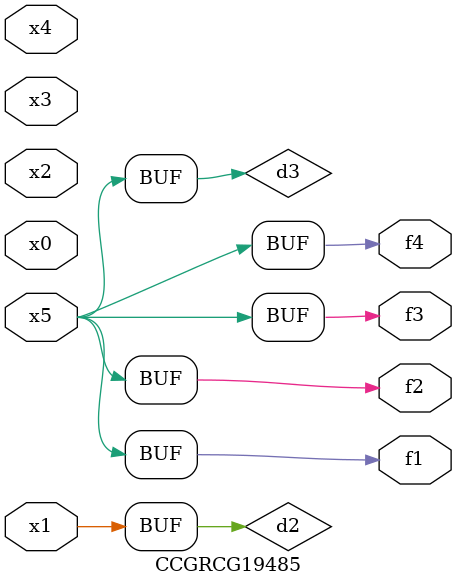
<source format=v>
module CCGRCG19485(
	input x0, x1, x2, x3, x4, x5,
	output f1, f2, f3, f4
);

	wire d1, d2, d3;

	not (d1, x5);
	or (d2, x1);
	xnor (d3, d1);
	assign f1 = d3;
	assign f2 = d3;
	assign f3 = d3;
	assign f4 = d3;
endmodule

</source>
